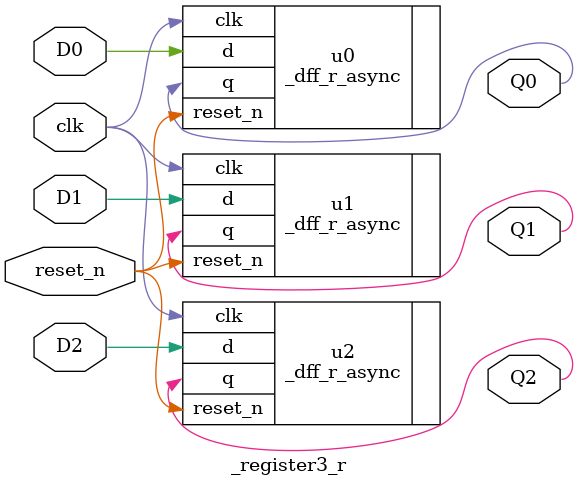
<source format=v>
module _register3_r(clk, reset_n, D2,D1,D0,Q2,Q1,Q0);// module name is _register3_r
 
	input clk, reset_n, D2,D1,D0; // input signal 1bit clk, reset_n D2,D1,D0
	output Q2,Q1,Q0;// output signal 1bit Q2 Q1 Q0
	
	// module instance , use _dff_r_async.. name is u0,u1,u2
	_dff_r_async u0(.clk(clk), .reset_n(reset_n), .d(D0), .q(Q0));
	_dff_r_async u1(.clk(clk), .reset_n(reset_n), .d(D1), .q(Q1));
	_dff_r_async u2(.clk(clk), .reset_n(reset_n), .d(D2), .q(Q2));

endmodule // endmodule

</source>
